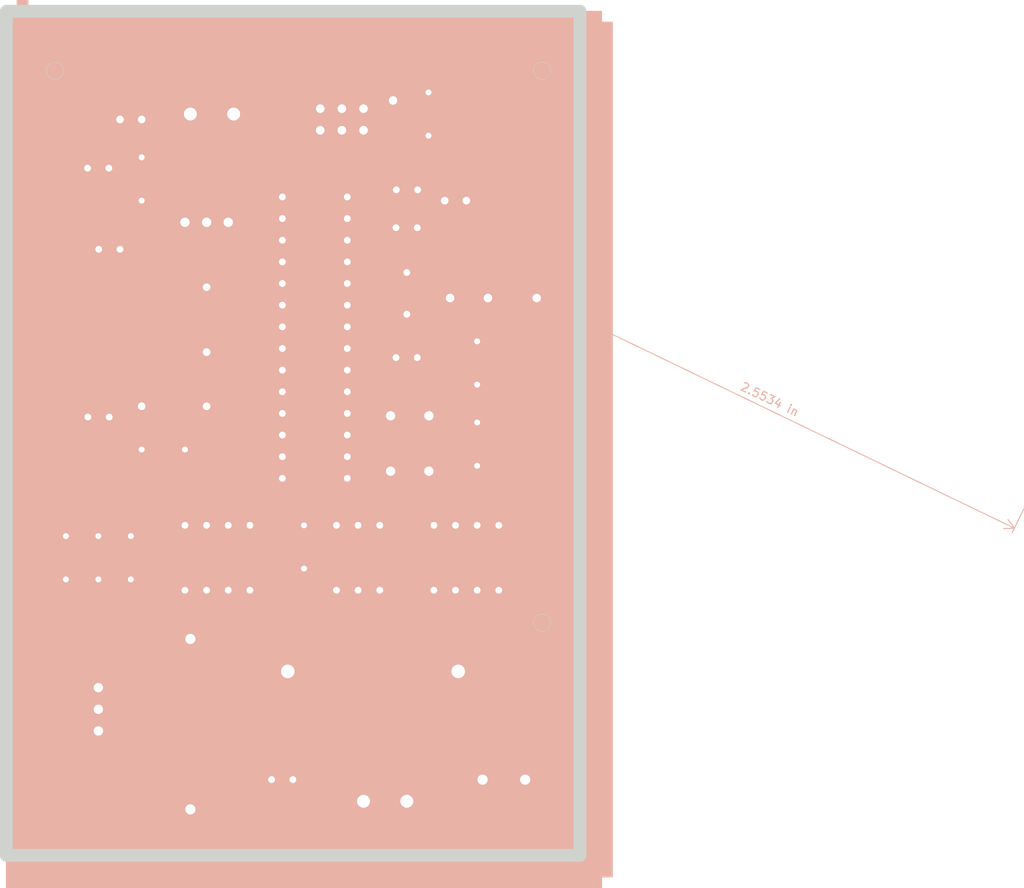
<source format=kicad_pcb>
(kicad_pcb (version 20171130) (host pcbnew "(5.1.2)-2")
  (title_block (date 2019-11-10))
  (layers (0 F.Cu signal) (31 B.Cu signal) (35 F.Paste user) (37 F.SilkS user) (39 F.Mask user) (44 Edge.Cuts user))
  (net 0 "")
  (net 1 GNDA)
  (net 2 /vcc)
  (net 3 +12V)
  (net 4 "Net-(C3-Pad2)")
  (net 5 "Net-(C4-Pad1)")
  (net 6 /s)
  (net 7 "Net-(C7-Pad1)")
  (net 8 "Net-(D1-Pad2)")
  (net 9 "Net-(D2-Pad2)")
  (net 10 /g)
  (net 11 "Net-(D5-Pad1)")
  (net 12 /reset)
  (net 13 /mosi)
  (net 14 /sck)
  (net 15 /miso)
  (net 16 "Net-(R3-Pad1)")
  (net 17 /pwm)
  (net 18 "Net-(R6-Pad1)")
  (net 19 /A0)
  (net 20 "Net-(U2-Pad28)")
  (net 21 "Net-(U2-Pad14)")
  (net 22 "Net-(U2-Pad27)")
  (net 23 "Net-(U2-Pad13)")
  (net 24 "Net-(U2-Pad26)")
  (net 25 "Net-(U2-Pad12)")
  (net 26 "Net-(U2-Pad25)")
  (net 27 "Net-(U2-Pad11)")
  (net 28 "Net-(U2-Pad24)")
  (net 29 "Net-(U2-Pad6)")
  (net 30 "Net-(U2-Pad5)")
  (net 31 /pin4)
  (net 32 "Net-(U2-Pad3)")
  (net 33 "Net-(U2-Pad16)")
  (net 34 "Net-(U2-Pad2)")
  (net 35 "Net-(U2-Pad15)")
  (net 36 "Net-(U3-Pad6)")
  (net 37 "Net-(U3-Pad3)")
  (net 38 "Net-(U5-Pad5)")
  (net 39 "Net-(C8-Pad2)")
  (module Resistor_THT:R_Axial_DIN0204_L3.6mm_D1.6mm_P5.08mm_Horizontal (layer F.Cu) (at 19.685 75.565 270)
    (fp_text reference R9 (at 2.54 -1.92 90) (layer F.SilkS))
    (fp_text value 1k)
    (pad 2 thru_hole oval (at 5.08 0 270) (size 1.4 1.4) (drill 0.7) (layers *.Cu *.Mask) (net 10 /g))
    (pad 1 thru_hole circle (at 0 0 270) (size 1.4 1.4) (drill 0.7) (layers *.Cu *.Mask) (net 6 /s))
  )
  (module Resistor_THT:R_Axial_DIN0204_L3.6mm_D1.6mm_P5.08mm_Horizontal (layer F.Cu) (at 28.575 65.405)
    (fp_text reference R8 (at 2.54 -1.92) (layer F.SilkS))
    (fp_text value 10)
    (pad 2 thru_hole oval (at 5.08 0) (size 1.4 1.4) (drill 0.7) (layers *.Cu *.Mask) (net 10 /g))
    (pad 1 thru_hole circle (at 0 0) (size 1.4 1.4) (drill 0.7) (layers *.Cu *.Mask) (net 11 "Net-(D5-Pad1)"))
  )
  (module Resistor_THT:R_Axial_DIN0204_L3.6mm_D1.6mm_P5.08mm_Horizontal (layer F.Cu) (at 23.495 80.645 90)
    (fp_text reference R7 (at 2.54 -1.92 90) (layer F.SilkS))
    (fp_text value R)
    (pad 2 thru_hole oval (at 5.08 0 90) (size 1.4 1.4) (drill 0.7) (layers *.Cu *.Mask) (net 18 "Net-(R6-Pad1)"))
    (pad 1 thru_hole circle (at 0 0 90) (size 1.4 1.4) (drill 0.7) (layers *.Cu *.Mask) (net 19 /A0))
  )
  (module Resistor_THT:R_Axial_DIN0204_L3.6mm_D1.6mm_P5.08mm_Horizontal (layer F.Cu) (at 27.305 75.565 270)
    (fp_text reference R6 (at 2.54 -1.92 90) (layer F.SilkS))
    (fp_text value R)
    (pad 2 thru_hole oval (at 5.08 0 270) (size 1.4 1.4) (drill 0.7) (layers *.Cu *.Mask) (net 39 "Net-(C8-Pad2)"))
    (pad 1 thru_hole circle (at 0 0 270) (size 1.4 1.4) (drill 0.7) (layers *.Cu *.Mask) (net 18 "Net-(R6-Pad1)"))
  )
  (module Resistor_THT:R_Axial_DIN0204_L3.6mm_D1.6mm_P5.08mm_Horizontal (layer F.Cu) (at 67.945 52.705 270)
    (fp_text reference R5 (at 2.54 -1.92 90) (layer F.SilkS))
    (fp_text value 10k)
    (pad 2 thru_hole oval (at 5.08 0 270) (size 1.4 1.4) (drill 0.7) (layers *.Cu *.Mask) (net 17 /pwm))
    (pad 1 thru_hole circle (at 0 0 270) (size 1.4 1.4) (drill 0.7) (layers *.Cu *.Mask) (net 2 /vcc))
  )
  (module Resistor_THT:R_Axial_DIN0204_L3.6mm_D1.6mm_P5.08mm_Horizontal (layer F.Cu) (at 62.23 28.575 90)
    (fp_text reference R4 (at 2.54 -1.92 90) (layer F.SilkS))
    (fp_text value 1k)
    (pad 2 thru_hole oval (at 5.08 0 90) (size 1.4 1.4) (drill 0.7) (layers *.Cu *.Mask) (net 14 /sck))
    (pad 1 thru_hole circle (at 0 0 90) (size 1.4 1.4) (drill 0.7) (layers *.Cu *.Mask) (net 9 "Net-(D2-Pad2)"))
  )
  (module Resistor_THT:R_Axial_DIN0204_L3.6mm_D1.6mm_P5.08mm_Horizontal (layer F.Cu) (at 47.625 74.295 270)
    (fp_text reference R3 (at 2.54 -1.92 90) (layer F.SilkS))
    (fp_text value 100)
    (pad 2 thru_hole oval (at 5.08 0 270) (size 1.4 1.4) (drill 0.7) (layers *.Cu *.Mask) (net 1 GNDA))
    (pad 1 thru_hole circle (at 0 0 270) (size 1.4 1.4) (drill 0.7) (layers *.Cu *.Mask) (net 16 "Net-(R3-Pad1)"))
  )
  (module Resistor_THT:R_Axial_DIN0204_L3.6mm_D1.6mm_P5.08mm_Horizontal (layer F.Cu) (at 67.945 67.31 90)
    (fp_text reference R2 (at 2.54 -1.92 90) (layer F.SilkS))
    (fp_text value 10k)
    (pad 2 thru_hole oval (at 5.08 0 90) (size 1.4 1.4) (drill 0.7) (layers *.Cu *.Mask) (net 12 /reset))
    (pad 1 thru_hole circle (at 0 0 90) (size 1.4 1.4) (drill 0.7) (layers *.Cu *.Mask) (net 2 /vcc))
  )
  (module Resistor_THT:R_Axial_DIN0204_L3.6mm_D1.6mm_P5.08mm_Horizontal (layer F.Cu) (at 28.575 31.115 270)
    (fp_text reference R1 (at 2.54 -1.92 90) (layer F.SilkS))
    (fp_text value 1k)
    (pad 2 thru_hole oval (at 5.08 0 270) (size 1.4 1.4) (drill 0.7) (layers *.Cu *.Mask) (net 2 /vcc))
    (pad 1 thru_hole circle (at 0 0 270) (size 1.4 1.4) (drill 0.7) (layers *.Cu *.Mask) (net 8 "Net-(D1-Pad2)"))
  )
  (module Capacitor_THT:CP_Radial_D5.0mm_P2.50mm (layer F.Cu) (at 43.815 104.14)
    (fp_text reference C6 (at 1.25 -3.75) (layer F.SilkS))
    (fp_text value 1000uF)
    (pad 2 thru_hole circle (at 2.5 0) (size 1.6 1.6) (drill 0.8) (layers *.Cu *.Mask) (net 1 GNDA))
    (pad 1 thru_hole rect (at 0 0) (size 1.6 1.6) (drill 0.8) (layers *.Cu *.Mask) (net 3 +12V))
  )
  (module Connector_IDC:IDC-Header_2x03_P2.54mm_Vertical (layer F.Cu) (at 54.61 25.4 270)
    (fp_text reference J2 (at 1.27 -6.604 90) (layer F.SilkS))
    (fp_text value ICSP)
    (pad 6 thru_hole oval (at 2.54 5.08 270) (size 1.7272 1.7272) (drill 1.016) (layers *.Cu *.Mask) (net 1 GNDA))
    (pad 5 thru_hole oval (at 0 5.08 270) (size 1.7272 1.7272) (drill 1.016) (layers *.Cu *.Mask) (net 12 /reset))
    (pad 4 thru_hole oval (at 2.54 2.54 270) (size 1.7272 1.7272) (drill 1.016) (layers *.Cu *.Mask) (net 13 /mosi))
    (pad 3 thru_hole oval (at 0 2.54 270) (size 1.7272 1.7272) (drill 1.016) (layers *.Cu *.Mask) (net 14 /sck))
    (pad 2 thru_hole oval (at 2.54 0 270) (size 1.7272 1.7272) (drill 1.016) (layers *.Cu *.Mask) (net 2 /vcc))
    (pad 1 thru_hole rect (at 0 0 270) (size 1.7272 1.7272) (drill 1.016) (layers *.Cu *.Mask) (net 15 /miso))
  )
  (module Package_DIP:DIP-8_W7.62mm_LongPads (layer F.Cu) (at 70.485 74.295 270)
    (fp_text reference U5 (at 3.81 -2.33 90) (layer F.SilkS))
    (fp_text value IR2104)
    (pad 8 thru_hole oval (at 7.62 0 270) (size 2.4 1.6) (drill 0.8) (layers *.Cu *.Mask) (net 7 "Net-(C7-Pad1)"))
    (pad 4 thru_hole oval (at 0 7.62 270) (size 2.4 1.6) (drill 0.8) (layers *.Cu *.Mask) (net 1 GNDA))
    (pad 7 thru_hole oval (at 7.62 2.54 270) (size 2.4 1.6) (drill 0.8) (layers *.Cu *.Mask) (net 11 "Net-(D5-Pad1)"))
    (pad 3 thru_hole oval (at 0 5.08 270) (size 2.4 1.6) (drill 0.8) (layers *.Cu *.Mask) (net 3 +12V))
    (pad 6 thru_hole oval (at 7.62 5.08 270) (size 2.4 1.6) (drill 0.8) (layers *.Cu *.Mask) (net 6 /s))
    (pad 2 thru_hole oval (at 0 2.54 270) (size 2.4 1.6) (drill 0.8) (layers *.Cu *.Mask) (net 17 /pwm))
    (pad 5 thru_hole oval (at 7.62 7.62 270) (size 2.4 1.6) (drill 0.8) (layers *.Cu *.Mask) (net 38 "Net-(U5-Pad5)"))
    (pad 1 thru_hole rect (at 0 0 270) (size 2.4 1.6) (drill 0.8) (layers *.Cu *.Mask) (net 3 +12V))
  )
  (module Crystal:Crystal_HC18-U_Vertical (layer F.Cu) (at 59.69 44.63 270)
    (fp_text reference Y1 (at 2.45 -3.525 90) (layer F.SilkS))
    (fp_text value 16mhz)
    (pad 2 thru_hole circle (at 4.9 0 270) (size 1.5 1.5) (drill 0.8) (layers *.Cu *.Mask) (net 4 "Net-(C3-Pad2)"))
    (pad 1 thru_hole circle (at 0 0 270) (size 1.5 1.5) (drill 0.8) (layers *.Cu *.Mask) (net 5 "Net-(C4-Pad1)"))
  )
  (module Package_DIP:DIP-8_W7.62mm_LongPads (layer F.Cu) (at 33.655 81.915 90)
    (fp_text reference U4 (at 3.81 -2.33 90) (layer F.SilkS))
    (fp_text value LM358)
    (pad 8 thru_hole oval (at 7.62 0 90) (size 2.4 1.6) (drill 0.8) (layers *.Cu *.Mask) (net 2 /vcc))
    (pad 4 thru_hole oval (at 0 7.62 90) (size 2.4 1.6) (drill 0.8) (layers *.Cu *.Mask) (net 1 GNDA))
    (pad 7 thru_hole oval (at 7.62 2.54 90) (size 2.4 1.6) (drill 0.8) (layers *.Cu *.Mask))
    (pad 3 thru_hole oval (at 0 5.08 90) (size 2.4 1.6) (drill 0.8) (layers *.Cu *.Mask) (net 1 GNDA))
    (pad 6 thru_hole oval (at 7.62 5.08 90) (size 2.4 1.6) (drill 0.8) (layers *.Cu *.Mask))
    (pad 2 thru_hole oval (at 0 2.54 90) (size 2.4 1.6) (drill 0.8) (layers *.Cu *.Mask) (net 18 "Net-(R6-Pad1)"))
    (pad 5 thru_hole oval (at 7.62 7.62 90) (size 2.4 1.6) (drill 0.8) (layers *.Cu *.Mask))
    (pad 1 thru_hole rect (at 0 0 90) (size 2.4 1.6) (drill 0.8) (layers *.Cu *.Mask) (net 19 /A0))
  )
  (module Package_DIP:DIP-6_W7.62mm (layer F.Cu) (at 56.515 74.295 270)
    (fp_text reference U3 (at 3.81 -2.33 90) (layer F.SilkS))
    (fp_text value 4N25)
    (pad 6 thru_hole oval (at 7.62 0 270) (size 1.6 1.6) (drill 0.8) (layers *.Cu *.Mask) (net 36 "Net-(U3-Pad6)"))
    (pad 3 thru_hole oval (at 0 5.08 270) (size 1.6 1.6) (drill 0.8) (layers *.Cu *.Mask) (net 37 "Net-(U3-Pad3)"))
    (pad 5 thru_hole oval (at 7.62 2.54 270) (size 1.6 1.6) (drill 0.8) (layers *.Cu *.Mask) (net 17 /pwm))
    (pad 2 thru_hole oval (at 0 2.54 270) (size 1.6 1.6) (drill 0.8) (layers *.Cu *.Mask) (net 16 "Net-(R3-Pad1)"))
    (pad 4 thru_hole oval (at 7.62 5.08 270) (size 1.6 1.6) (drill 0.8) (layers *.Cu *.Mask) (net 1 GNDA))
    (pad 1 thru_hole rect (at 0 0 270) (size 1.6 1.6) (drill 0.8) (layers *.Cu *.Mask) (net 30 "Net-(U2-Pad5)"))
  )
  (module Package_DIP:DIP-28_W7.62mm (layer F.Cu) (at 52.705 68.7832 180)
    (fp_text reference U2 (at 3.81 -2.33) (layer F.SilkS))
    (fp_text value ATmega328-PU)
    (pad 28 thru_hole oval (at 7.62 0 180) (size 1.6 1.6) (drill 0.8) (layers *.Cu *.Mask) (net 20 "Net-(U2-Pad28)"))
    (pad 14 thru_hole oval (at 0 33.02 180) (size 1.6 1.6) (drill 0.8) (layers *.Cu *.Mask) (net 21 "Net-(U2-Pad14)"))
    (pad 27 thru_hole oval (at 7.62 2.54 180) (size 1.6 1.6) (drill 0.8) (layers *.Cu *.Mask) (net 22 "Net-(U2-Pad27)"))
    (pad 13 thru_hole oval (at 0 30.48 180) (size 1.6 1.6) (drill 0.8) (layers *.Cu *.Mask) (net 23 "Net-(U2-Pad13)"))
    (pad 26 thru_hole oval (at 7.62 5.08 180) (size 1.6 1.6) (drill 0.8) (layers *.Cu *.Mask) (net 24 "Net-(U2-Pad26)"))
    (pad 12 thru_hole oval (at 0 27.94 180) (size 1.6 1.6) (drill 0.8) (layers *.Cu *.Mask) (net 25 "Net-(U2-Pad12)"))
    (pad 25 thru_hole oval (at 7.62 7.62 180) (size 1.6 1.6) (drill 0.8) (layers *.Cu *.Mask) (net 26 "Net-(U2-Pad25)"))
    (pad 11 thru_hole oval (at 0 25.4 180) (size 1.6 1.6) (drill 0.8) (layers *.Cu *.Mask) (net 27 "Net-(U2-Pad11)"))
    (pad 24 thru_hole oval (at 7.62 10.16 180) (size 1.6 1.6) (drill 0.8) (layers *.Cu *.Mask) (net 28 "Net-(U2-Pad24)"))
    (pad 10 thru_hole oval (at 0 22.86 180) (size 1.6 1.6) (drill 0.8) (layers *.Cu *.Mask) (net 5 "Net-(C4-Pad1)"))
    (pad 23 thru_hole oval (at 7.62 12.7 180) (size 1.6 1.6) (drill 0.8) (layers *.Cu *.Mask) (net 19 /A0))
    (pad 9 thru_hole oval (at 0 20.32 180) (size 1.6 1.6) (drill 0.8) (layers *.Cu *.Mask) (net 4 "Net-(C3-Pad2)"))
    (pad 22 thru_hole oval (at 7.62 15.24 180) (size 1.6 1.6) (drill 0.8) (layers *.Cu *.Mask) (net 1 GNDA))
    (pad 8 thru_hole oval (at 0 17.78 180) (size 1.6 1.6) (drill 0.8) (layers *.Cu *.Mask) (net 1 GNDA))
    (pad 21 thru_hole oval (at 7.62 17.78 180) (size 1.6 1.6) (drill 0.8) (layers *.Cu *.Mask) (net 2 /vcc))
    (pad 7 thru_hole oval (at 0 15.24 180) (size 1.6 1.6) (drill 0.8) (layers *.Cu *.Mask) (net 2 /vcc))
    (pad 20 thru_hole oval (at 7.62 20.32 180) (size 1.6 1.6) (drill 0.8) (layers *.Cu *.Mask) (net 2 /vcc))
    (pad 6 thru_hole oval (at 0 12.7 180) (size 1.6 1.6) (drill 0.8) (layers *.Cu *.Mask) (net 29 "Net-(U2-Pad6)"))
    (pad 19 thru_hole oval (at 7.62 22.86 180) (size 1.6 1.6) (drill 0.8) (layers *.Cu *.Mask) (net 14 /sck))
    (pad 5 thru_hole oval (at 0 10.16 180) (size 1.6 1.6) (drill 0.8) (layers *.Cu *.Mask) (net 30 "Net-(U2-Pad5)"))
    (pad 18 thru_hole oval (at 7.62 25.4 180) (size 1.6 1.6) (drill 0.8) (layers *.Cu *.Mask) (net 15 /miso))
    (pad 4 thru_hole oval (at 0 7.62 180) (size 1.6 1.6) (drill 0.8) (layers *.Cu *.Mask) (net 31 /pin4))
    (pad 17 thru_hole oval (at 7.62 27.94 180) (size 1.6 1.6) (drill 0.8) (layers *.Cu *.Mask) (net 13 /mosi))
    (pad 3 thru_hole oval (at 0 5.08 180) (size 1.6 1.6) (drill 0.8) (layers *.Cu *.Mask) (net 32 "Net-(U2-Pad3)"))
    (pad 16 thru_hole oval (at 7.62 30.48 180) (size 1.6 1.6) (drill 0.8) (layers *.Cu *.Mask) (net 33 "Net-(U2-Pad16)"))
    (pad 2 thru_hole oval (at 0 2.54 180) (size 1.6 1.6) (drill 0.8) (layers *.Cu *.Mask) (net 34 "Net-(U2-Pad2)"))
    (pad 15 thru_hole oval (at 7.62 33.02 180) (size 1.6 1.6) (drill 0.8) (layers *.Cu *.Mask) (net 35 "Net-(U2-Pad15)"))
    (pad 1 thru_hole rect (at 0 0 180) (size 1.6 1.6) (drill 0.8) (layers *.Cu *.Mask) (net 12 /reset))
  )
  (module Package_TO_SOT_THT:TO-220-3_Vertical (layer F.Cu) (at 38.735 38.735 180)
    (fp_text reference U1 (at 2.54 -4.27) (layer F.SilkS))
    (fp_text value LM7805_TO220)
    (pad 3 thru_hole oval (at 5.08 0 180) (size 1.905 2) (drill 1.1) (layers *.Cu *.Mask) (net 2 /vcc))
    (pad 2 thru_hole oval (at 2.54 0 180) (size 1.905 2) (drill 1.1) (layers *.Cu *.Mask) (net 1 GNDA))
    (pad 1 thru_hole rect (at 0 0 180) (size 1.905 2) (drill 1.1) (layers *.Cu *.Mask) (net 3 +12V))
  )
  (module Button_Switch_THT:SW_PUSH_6mm_H4.3mm (layer F.Cu) (at 57.785 67.945 90)
    (fp_text reference SW1 (at 3.25 -2 90) (layer F.SilkS))
    (fp_text value SW_Push)
    (pad 1 thru_hole circle (at 6.5 0 180) (size 2 2) (drill 1.1) (layers *.Cu *.Mask) (net 12 /reset))
    (pad 2 thru_hole circle (at 6.5 4.5 180) (size 2 2) (drill 1.1) (layers *.Cu *.Mask) (net 1 GNDA))
    (pad 1 thru_hole circle (at 0 0 180) (size 2 2) (drill 1.1) (layers *.Cu *.Mask) (net 12 /reset))
    (pad 2 thru_hole circle (at 0 4.5 180) (size 2 2) (drill 1.1) (layers *.Cu *.Mask) (net 1 GNDA))
  )
  (module Package_TO_SOT_THT:TO-220-3_Vertical (layer F.Cu) (at 23.495 98.425 90)
    (fp_text reference Q1 (at 2.54 -4.27 90) (layer F.SilkS))
    (fp_text value IRF540N)
    (pad 3 thru_hole oval (at 5.08 0 90) (size 1.905 2) (drill 1.1) (layers *.Cu *.Mask) (net 6 /s))
    (pad 2 thru_hole oval (at 2.54 0 90) (size 1.905 2) (drill 1.1) (layers *.Cu *.Mask) (net 3 +12V))
    (pad 1 thru_hole rect (at 0 0 90) (size 1.905 2) (drill 1.1) (layers *.Cu *.Mask) (net 10 /g))
  )
  (module Inductor_THT:L_Toroid_Horizontal_D12.7mm_P20.00mm_Diameter14-5mm_Amidon-T50 (layer F.Cu) (at 34.29 87.63 270)
    (fp_text reference L1 (at 10 -7.6 90) (layer F.SilkS))
    (fp_text value L)
    (pad 2 thru_hole circle (at 20 0 270) (size 2.4 2.4) (drill 1.2) (layers *.Cu *.Mask) (net 1 GNDA))
    (pad 1 thru_hole circle (at 0 0 270) (size 2.4 2.4) (drill 1.2) (layers *.Cu *.Mask) (net 6 /s))
  )
  (module TerminalBlock:TerminalBlock_bornier-2_P5.08mm (layer F.Cu) (at 54.61 106.68)
    (fp_text reference J3 (at 2.54 -5.08) (layer F.SilkS))
    (fp_text value output)
    (pad 2 thru_hole circle (at 5.08 0) (size 3 3) (drill 1.52) (layers *.Cu *.Mask) (net 1 GNDA))
    (pad 1 thru_hole rect (at 0 0) (size 3 3) (drill 1.52) (layers *.Cu *.Mask) (net 39 "Net-(C8-Pad2)"))
  )
  (module TerminalBlock:TerminalBlock_bornier-2_P5.08mm (layer F.Cu) (at 34.29 26.035)
    (fp_text reference J1 (at 2.54 -5.08) (layer F.SilkS))
    (fp_text value "Entrada +12V")
    (pad 2 thru_hole circle (at 5.08 0) (size 3 3) (drill 1.52) (layers *.Cu *.Mask) (net 3 +12V))
    (pad 1 thru_hole rect (at 0 0) (size 3 3) (drill 1.52) (layers *.Cu *.Mask) (net 1 GNDA))
  )
  (module Diode_THT:D_A-405_P7.62mm_Horizontal (layer F.Cu) (at 28.575 60.325)
    (fp_text reference D5 (at 3.81 -2.47) (layer F.SilkS))
    (fp_text value D)
    (fp_text user K (at 0 -1.9) (layer F.SilkS))
    (pad 2 thru_hole oval (at 7.62 0) (size 1.8 1.8) (drill 0.9) (layers *.Cu *.Mask) (net 10 /g))
    (pad 1 thru_hole rect (at 0 0) (size 1.8 1.8) (drill 0.9) (layers *.Cu *.Mask) (net 11 "Net-(D5-Pad1)"))
  )
  (module Diode_THT:D_A-405_P7.62mm_Horizontal (layer F.Cu) (at 36.195 53.975 90)
    (fp_text reference D4 (at 3.81 -2.47 90) (layer F.SilkS))
    (fp_text value D)
    (fp_text user K (at 0 -1.9 90) (layer F.SilkS))
    (pad 2 thru_hole oval (at 7.62 0 90) (size 1.8 1.8) (drill 0.9) (layers *.Cu *.Mask) (net 3 +12V))
    (pad 1 thru_hole rect (at 0 0 90) (size 1.8 1.8) (drill 0.9) (layers *.Cu *.Mask) (net 7 "Net-(C7-Pad1)"))
  )
  (module Diode_THT:D_P600_R-6_P20.00mm_Horizontal (layer F.Cu) (at 45.72 91.44)
    (fp_text reference D3 (at 10 -5.67) (layer F.SilkS))
    (fp_text value D)
    (fp_text user K (at 0 -2.6) (layer F.SilkS))
    (pad 1 thru_hole rect (at 0 0) (size 3.2 3.2) (drill 1.6) (layers *.Cu *.Mask) (net 6 /s))
    (pad 2 thru_hole oval (at 20 0) (size 3.2 3.2) (drill 1.6) (layers *.Cu *.Mask) (net 39 "Net-(C8-Pad2)"))
  )
  (module LED_THT:LED_D3.0mm (layer F.Cu) (at 66.675 36.195 180)
    (fp_text reference D2 (at 1.27 -2.96) (layer F.SilkS))
    (fp_text value LED)
    (pad 2 thru_hole circle (at 2.54 0 180) (size 1.8 1.8) (drill 0.9) (layers *.Cu *.Mask) (net 9 "Net-(D2-Pad2)"))
    (pad 1 thru_hole rect (at 0 0 180) (size 1.8 1.8) (drill 0.9) (layers *.Cu *.Mask) (net 1 GNDA))
  )
  (module LED_THT:LED_D3.0mm (layer F.Cu) (at 28.575 26.67 180)
    (fp_text reference D1 (at 1.27 -2.96) (layer F.SilkS))
    (fp_text value LED)
    (pad 2 thru_hole circle (at 2.54 0 180) (size 1.8 1.8) (drill 0.9) (layers *.Cu *.Mask) (net 8 "Net-(D1-Pad2)"))
    (pad 1 thru_hole rect (at 0 0 180) (size 1.8 1.8) (drill 0.9) (layers *.Cu *.Mask) (net 1 GNDA))
  )
  (module Capacitor_THT:CP_Radial_D12.5mm_P5.00mm (layer F.Cu) (at 73.58 104.14 180)
    (fp_text reference C8 (at 2.5 -7.5) (layer F.SilkS))
    (fp_text value 470uF)
    (pad 2 thru_hole circle (at 5 0 180) (size 2.4 2.4) (drill 1.2) (layers *.Cu *.Mask) (net 39 "Net-(C8-Pad2)"))
    (pad 1 thru_hole rect (at 0 0 180) (size 2.4 2.4) (drill 1.2) (layers *.Cu *.Mask) (net 1 GNDA))
  )
  (module Capacitor_THT:CP_Radial_D5.0mm_P2.50mm (layer F.Cu) (at 24.765 61.595 180)
    (fp_text reference C7 (at 1.25 -3.75) (layer F.SilkS))
    (fp_text value 22uF)
    (pad 2 thru_hole circle (at 2.5 0 180) (size 1.6 1.6) (drill 0.8) (layers *.Cu *.Mask) (net 6 /s))
    (pad 1 thru_hole rect (at 0 0 180) (size 1.6 1.6) (drill 0.8) (layers *.Cu *.Mask) (net 7 "Net-(C7-Pad1)"))
  )
  (module Capacitor_THT:CP_Radial_D5.0mm_P2.50mm (layer F.Cu) (at 22.225 32.385)
    (fp_text reference C5 (at 1.25 -3.75) (layer F.SilkS))
    (fp_text value 0.1uF)
    (pad 2 thru_hole circle (at 2.5 0) (size 1.6 1.6) (drill 0.8) (layers *.Cu *.Mask) (net 1 GNDA))
    (pad 1 thru_hole rect (at 0 0) (size 1.6 1.6) (drill 0.8) (layers *.Cu *.Mask) (net 3 +12V))
  )
  (module Capacitor_THT:C_Disc_D3.0mm_W1.6mm_P2.50mm (layer F.Cu) (at 60.92 39.37 180)
    (fp_text reference C4 (at 1.25 -2.05) (layer F.SilkS))
    (fp_text value 22pF)
    (pad 2 thru_hole circle (at 2.5 0 180) (size 1.6 1.6) (drill 0.8) (layers *.Cu *.Mask) (net 1 GNDA))
    (pad 1 thru_hole circle (at 0 0 180) (size 1.6 1.6) (drill 0.8) (layers *.Cu *.Mask) (net 5 "Net-(C4-Pad1)"))
  )
  (module Capacitor_THT:C_Disc_D3.0mm_W1.6mm_P2.50mm (layer F.Cu) (at 60.92 54.61 180)
    (fp_text reference C3 (at 1.25 -2.05) (layer F.SilkS))
    (fp_text value 22pF)
    (pad 2 thru_hole circle (at 2.5 0 180) (size 1.6 1.6) (drill 0.8) (layers *.Cu *.Mask) (net 4 "Net-(C3-Pad2)"))
    (pad 1 thru_hole circle (at 0 0 180) (size 1.6 1.6) (drill 0.8) (layers *.Cu *.Mask) (net 1 GNDA))
  )
  (module Capacitor_THT:C_Disc_D3.0mm_W1.6mm_P2.50mm (layer F.Cu) (at 26.035 41.91 180)
    (fp_text reference C2 (at 1.25 -2.05) (layer F.SilkS))
    (fp_text value 0.33uF)
    (pad 2 thru_hole circle (at 2.5 0 180) (size 1.6 1.6) (drill 0.8) (layers *.Cu *.Mask) (net 3 +12V))
    (pad 1 thru_hole circle (at 0 0 180) (size 1.6 1.6) (drill 0.8) (layers *.Cu *.Mask) (net 1 GNDA))
  )
  (module Capacitor_THT:C_Disc_D3.0mm_W1.6mm_P2.50mm (layer F.Cu) (at 60.96 34.925 180)
    (fp_text reference C1 (at 1.25 -2.05) (layer F.SilkS))
    (fp_text value 0.1uF)
    (pad 2 thru_hole circle (at 2.5 0 180) (size 1.6 1.6) (drill 0.8) (layers *.Cu *.Mask) (net 1 GNDA))
    (pad 1 thru_hole circle (at 0 0 180) (size 1.6 1.6) (drill 0.8) (layers *.Cu *.Mask) (net 2 /vcc))
  )
  (gr_line (start 12.7 113.03) (end 12.7 13.97) (layer Edge.Cuts) (width 1.5))
  (gr_line (start 80.01 113.03) (end 12.7 113.03) (layer Edge.Cuts) (width 1.5))
  (gr_line (start 80.01 13.97) (end 80.01 113.03) (layer Edge.Cuts) (width 1.5))
  (gr_line (start 12.7 13.97) (end 80.01 13.97) (layer Edge.Cuts) (width 1.5))
  (gr_circle (center 75.565 85.725) (end 76.565 85.725) (layer Edge.Cuts) (width 0.05))
  (gr_circle (center 75.565 20.955) (end 76.565 20.955) (layer Edge.Cuts) (width 0.05))
  (gr_circle (center 18.415 20.955) (end 19.415 20.955) (layer Edge.Cuts) (width 0.05))
  (dimension 64.857114 (width 0.12) (layer B.SilkS) (gr_text "64.857 mm" (at 101.23468 61.696389 334.2567339) (layer B.SilkS) (effects (font (size 1 1) (thickness 0.15)))) (feature1 (pts (xy 132.08 72.39) (xy 130.741585 75.165655))) (feature2 (pts (xy 73.66 44.22) (xy 72.321585 46.995655))) (crossbar (pts (xy 72.576291 46.467437) (xy 130.996291 74.637437))) (arrow1a (pts (xy 130.996291 74.637437) (xy 129.726888 74.67637))) (arrow1b (pts (xy 130.996291 74.637437) (xy 130.236299 73.619934))) (arrow2a (pts (xy 72.576291 46.467437) (xy 73.336283 47.48494))) (arrow2b (pts (xy 72.576291 46.467437) (xy 73.845694 46.428504))))
  (gr_poly (pts (xy 13.97 13.97) (xy 15.24 13.97) (xy 15.24 12.7) (xy 13.97 12.7)) (layer B.SilkS) (width 0.1))
  (gr_poly (pts (xy 13.97 12.7) (xy 13.97 13.97) (xy 15.24 13.97) (xy 15.24 12.7)) (layer B.SilkS) (width 0.1))
  (gr_poly (pts (xy 13.97 15.24) (xy 81.28 15.24) (xy 81.28 116.84) (xy 12.7 116.84) (xy 12.7 13.97)) (layer B.SilkS) (width 0.1))
  (gr_poly (pts (xy 13.97 15.24) (xy 13.97 115.57) (xy 83.82 115.57) (xy 83.82 15.24)) (layer B.SilkS) (width 0.1))
  (gr_poly (pts (xy 12.7 13.97) (xy 12.7 114.3) (xy 82.55 116.84) (xy 82.55 13.97) (xy 81.28 13.97)) (layer B.SilkS) (width 0.1))
  (via (at 64.77 47.625) (size 1.2) (drill 1) (layers F.Cu B.Cu) (net 1))
  (via (at 69.215 47.625) (size 1.2) (drill 1) (layers F.Cu B.Cu) (net 1))
  (via (at 74.93 47.625) (size 1.2) (drill 1) (layers F.Cu B.Cu) (net 1))
  (segment (start 64.77 47.625) (end 69.215 47.625) (width 1) (layer F.Cu) (net 1))
  (segment (start 69.215 47.625) (end 74.93 47.625) (width 1) (layer F.Cu) (net 1))
  (segment (start 32.6788 38.735) (end 31.7025 38.735) (width 1) (layer B.Cu) (net 2))
  (segment (start 31.7025 38.735) (end 31.7025 37.6225) (width 1) (layer B.Cu) (net 2))
  (segment (start 31.7025 37.6225) (end 30.275 36.195) (width 1) (layer B.Cu) (net 2))
  (segment (start 30.275 36.195) (end 28.575 36.195) (width 1) (layer B.Cu) (net 2))
  (segment (start 45.085 51.0032) (end 43.285 51.0032) (width 1) (layer B.Cu) (net 2))
  (segment (start 67.0186 51.7786) (end 62.4755 56.3217) (width 1) (layer B.Cu) (net 2))
  (segment (start 62.4755 56.3217) (end 57.2835 56.3217) (width 1) (layer B.Cu) (net 2))
  (segment (start 57.2835 56.3217) (end 54.505 53.5432) (width 1) (layer B.Cu) (net 2))
  (segment (start 54.505 53.5432) (end 52.705 53.5432) (width 1) (layer B.Cu) (net 2))
  (segment (start 33.655 38.735) (end 32.6788 38.735) (width 1) (layer B.Cu) (net 2))
  (segment (start 67.945 52.705) (end 67.0186 51.7786) (width 1) (layer B.Cu) (net 2))
  (segment (start 67.0186 51.7786) (end 67.0186 41.6886) (width 1) (layer B.Cu) (net 2))
  (segment (start 67.0186 41.6886) (end 60.96 35.63) (width 1) (layer B.Cu) (net 2))
  (segment (start 60.96 35.63) (end 60.96 34.925) (width 1) (layer B.Cu) (net 2))
  (segment (start 54.61 27.94) (end 54.61 29.8036) (width 1) (layer B.Cu) (net 2))
  (segment (start 54.61 29.8036) (end 55.8386 29.8036) (width 1) (layer B.Cu) (net 2))
  (segment (start 55.8386 29.8036) (end 60.96 34.925) (width 1) (layer B.Cu) (net 2))
  (segment (start 67.945 67.31) (end 70.9896 64.2654) (width 1) (layer B.Cu) (net 2))
  (segment (start 70.9896 64.2654) (end 70.9896 55.7496) (width 1) (layer B.Cu) (net 2))
  (segment (start 70.9896 55.7496) (end 67.945 52.705) (width 1) (layer B.Cu) (net 2))
  (segment (start 32.6788 38.735) (end 43.285 49.3412) (width 1) (layer B.Cu) (net 2))
  (segment (start 43.285 49.3412) (end 43.285 51.0032) (width 1) (layer B.Cu) (net 2))
  (segment (start 43.285 51.0032) (end 41.1252 53.163) (width 1) (layer B.Cu) (net 2))
  (segment (start 41.1252 53.163) (end 41.1252 63.6868) (width 1) (layer B.Cu) (net 2))
  (segment (start 41.1252 63.6868) (end 33.655 71.157) (width 1) (layer B.Cu) (net 2))
  (segment (start 33.655 71.157) (end 33.655 74.295) (width 1) (layer B.Cu) (net 2))
  (segment (start 45.085 48.4632) (end 45.085 51.0032) (width 1) (layer B.Cu) (net 2))
  (segment (start 52.705 53.5432) (end 50.905 53.5432) (width 1) (layer B.Cu) (net 2))
  (segment (start 50.905 53.5432) (end 48.365 51.0032) (width 1) (layer B.Cu) (net 2))
  (segment (start 48.365 51.0032) (end 45.085 51.0032) (width 1) (layer B.Cu) (net 2))
  (segment (start 70.485 74.295) (end 70.485 76.495) (width 1) (layer F.Cu) (net 3))
  (segment (start 70.485 76.495) (end 72.1886 78.1986) (width 1) (layer F.Cu) (net 3))
  (segment (start 72.1886 78.1986) (end 72.1886 83.0508) (width 1) (layer F.Cu) (net 3))
  (segment (start 72.1886 83.0508) (end 66.7037 88.5357) (width 1) (layer F.Cu) (net 3))
  (segment (start 66.7037 88.5357) (end 59.4193 88.5357) (width 1) (layer F.Cu) (net 3))
  (segment (start 59.4193 88.5357) (end 43.815 104.14) (width 1) (layer F.Cu) (net 3))
  (segment (start 70.485 72.645) (end 70.485 74.295) (width 1) (layer B.Cu) (net 3))
  (segment (start 65.405 74.295) (end 65.405 72.095) (width 1) (layer B.Cu) (net 3))
  (segment (start 65.405 72.095) (end 69.935 72.095) (width 1) (layer B.Cu) (net 3))
  (segment (start 69.935 72.095) (end 70.485 72.645) (width 1) (layer B.Cu) (net 3))
  (segment (start 36.195 46.355) (end 36.195 45.405) (width 1) (layer B.Cu) (net 3))
  (segment (start 36.195 45.405) (end 27.03 45.405) (width 1) (layer B.Cu) (net 3))
  (segment (start 27.03 45.405) (end 23.535 41.91) (width 1) (layer B.Cu) (net 3))
  (segment (start 43.815 104.14) (end 42.015 104.14) (width 1) (layer B.Cu) (net 3))
  (segment (start 42.015 104.14) (end 35.8922 98.0172) (width 1) (layer B.Cu) (net 3))
  (segment (start 35.8922 98.0172) (end 27.1344 98.0172) (width 1) (layer B.Cu) (net 3))
  (segment (start 27.1344 98.0172) (end 27.1344 97.5244) (width 1) (layer B.Cu) (net 3))
  (segment (start 27.1344 97.5244) (end 25.495 95.885) (width 1) (layer B.Cu) (net 3))
  (segment (start 25.495 95.885) (end 23.495 95.885) (width 1) (layer B.Cu) (net 3))
  (segment (start 38.735 38.735) (end 38.735 34.0961) (width 1) (layer B.Cu) (net 3))
  (segment (start 22.225 32.385) (end 22.225 32.7861) (width 1) (layer B.Cu) (net 3))
  (segment (start 22.225 32.7861) (end 23.535 34.0961) (width 1) (layer B.Cu) (net 3))
  (segment (start 23.535 34.0961) (end 38.735 34.0961) (width 1) (layer B.Cu) (net 3))
  (segment (start 38.735 34.0961) (end 38.735 26.67) (width 1) (layer B.Cu) (net 3))
  (segment (start 38.735 26.67) (end 39.37 26.035) (width 1) (layer B.Cu) (net 3))
  (segment (start 39.37 26.035) (end 43.2815 22.1235) (width 1) (layer B.Cu) (net 3))
  (segment (start 43.2815 22.1235) (end 58.0418 22.1235) (width 1) (layer B.Cu) (net 3))
  (segment (start 58.0418 22.1235) (end 72.4015 36.4832) (width 1) (layer B.Cu) (net 3))
  (segment (start 72.4015 36.4832) (end 72.4015 70.7285) (width 1) (layer B.Cu) (net 3))
  (segment (start 72.4015 70.7285) (end 70.485 72.645) (width 1) (layer B.Cu) (net 3))
  (segment (start 23.535 34.0961) (end 23.535 41.91) (width 1) (layer B.Cu) (net 3))
  (segment (start 52.705 48.4632) (end 56.0832 48.4632) (width 1) (layer B.Cu) (net 4))
  (segment (start 56.0832 48.4632) (end 58.42 50.8) (width 1) (layer B.Cu) (net 4))
  (segment (start 58.42 54.61) (end 58.42 50.8) (width 1) (layer B.Cu) (net 4))
  (segment (start 58.42 50.8) (end 59.69 49.53) (width 1) (layer B.Cu) (net 4))
  (segment (start 60.92 39.37) (end 60.92 43.4) (width 1) (layer B.Cu) (net 5))
  (segment (start 60.92 43.4) (end 59.69 44.63) (width 1) (layer B.Cu) (net 5))
  (segment (start 52.705 45.9232) (end 54.505 45.9232) (width 1) (layer B.Cu) (net 5))
  (segment (start 54.505 45.9232) (end 55.7981 44.6301) (width 1) (layer B.Cu) (net 5))
  (segment (start 55.7981 44.6301) (end 59.69 44.6301) (width 1) (layer B.Cu) (net 5))
  (segment (start 59.69 44.6301) (end 59.69 44.63) (width 1) (layer B.Cu) (net 5))
  (segment (start 34.29 87.63) (end 38.1 91.44) (width 1) (layer B.Cu) (net 6))
  (segment (start 38.1 91.44) (end 45.72 91.44) (width 1) (layer B.Cu) (net 6))
  (segment (start 45.72 91.44) (end 58.08 91.44) (width 1) (layer B.Cu) (net 6))
  (segment (start 58.08 91.44) (end 65.405 84.115) (width 1) (layer B.Cu) (net 6))
  (segment (start 65.405 84.115) (end 65.405 84.0154) (width 1) (layer B.Cu) (net 6))
  (segment (start 65.405 81.915) (end 65.405 84.0154) (width 1) (layer B.Cu) (net 6))
  (segment (start 65.405 84.0154) (end 70.6821 89.2925) (width 1) (layer B.Cu) (net 6))
  (segment (start 70.6821 89.2925) (end 70.6821 105.086) (width 1) (layer B.Cu) (net 6))
  (segment (start 70.6821 105.086) (end 66.6379 109.131) (width 1) (layer B.Cu) (net 6))
  (segment (start 66.6379 109.131) (end 52.7594 109.131) (width 1) (layer B.Cu) (net 6))
  (segment (start 52.7594 109.131) (end 49.6391 106.01) (width 1) (layer B.Cu) (net 6))
  (segment (start 49.6391 106.01) (end 49.6391 105.006) (width 1) (layer B.Cu) (net 6))
  (segment (start 49.6391 105.006) (end 44.4099 99.7769) (width 1) (layer B.Cu) (net 6))
  (segment (start 44.4099 99.7769) (end 41.2347 99.7769) (width 1) (layer B.Cu) (net 6))
  (segment (start 41.2347 99.7769) (end 34.8028 93.345) (width 1) (layer B.Cu) (net 6))
  (segment (start 34.8028 93.345) (end 23.495 93.345) (width 1) (layer B.Cu) (net 6))
  (segment (start 23.495 93.345) (end 23.495 84.1745) (width 1) (layer B.Cu) (net 6))
  (segment (start 23.495 84.1745) (end 21.59 82.2695) (width 1) (layer B.Cu) (net 6))
  (segment (start 21.59 82.2695) (end 21.59 77.0562) (width 1) (layer B.Cu) (net 6))
  (segment (start 21.59 77.0562) (end 20.6653 76.1315) (width 1) (layer B.Cu) (net 6))
  (segment (start 20.6653 76.1315) (end 20.0988 75.565) (width 1) (layer B.Cu) (net 6))
  (segment (start 20.0988 75.565) (end 19.685 75.565) (width 1) (layer B.Cu) (net 6))
  (segment (start 20.6653 76.1315) (end 23.1368 73.66) (width 1) (layer B.Cu) (net 6))
  (segment (start 23.1368 73.66) (end 27.6989 73.66) (width 1) (layer B.Cu) (net 6))
  (segment (start 27.6989 73.66) (end 38.0404 63.3185) (width 1) (layer B.Cu) (net 6))
  (segment (start 38.0404 63.3185) (end 38.0404 52.6858) (width 1) (layer B.Cu) (net 6))
  (segment (start 38.0404 52.6858) (end 37.5074 52.1528) (width 1) (layer B.Cu) (net 6))
  (segment (start 37.5074 52.1528) (end 30.4075 52.1528) (width 1) (layer B.Cu) (net 6))
  (segment (start 30.4075 52.1528) (end 22.265 60.2953) (width 1) (layer B.Cu) (net 6))
  (segment (start 22.265 60.2953) (end 22.265 61.595) (width 1) (layer B.Cu) (net 6))
  (segment (start 70.485 81.915) (end 70.485 79.715) (width 1) (layer F.Cu) (net 7))
  (segment (start 36.195 53.975) (end 36.195 55.875) (width 1) (layer F.Cu) (net 7))
  (segment (start 36.195 55.875) (end 38.095 57.775) (width 1) (layer F.Cu) (net 7))
  (segment (start 38.095 57.775) (end 38.095 67.0511) (width 1) (layer F.Cu) (net 7))
  (segment (start 38.095 67.0511) (end 50.7589 79.715) (width 1) (layer F.Cu) (net 7))
  (segment (start 50.7589 79.715) (end 70.485 79.715) (width 1) (layer F.Cu) (net 7))
  (segment (start 36.195 53.975) (end 30.585 53.975) (width 1) (layer B.Cu) (net 7))
  (segment (start 30.585 53.975) (end 24.765 59.795) (width 1) (layer B.Cu) (net 7))
  (segment (start 24.765 59.795) (end 24.765 61.595) (width 1) (layer B.Cu) (net 7))
  (segment (start 26.035 26.67) (end 26.035 28.575) (width 1) (layer B.Cu) (net 8))
  (segment (start 26.035 28.575) (end 28.575 31.115) (width 1) (layer B.Cu) (net 8))
  (segment (start 64.135 36.195) (end 64.135 30.48) (width 1) (layer B.Cu) (net 9))
  (segment (start 64.135 30.48) (end 62.23 28.575) (width 1) (layer B.Cu) (net 9))
  (segment (start 33.655 65.405) (end 33.655 63.705) (width 1) (layer B.Cu) (net 10))
  (segment (start 23.495 98.425) (end 21.495 98.425) (width 1) (layer B.Cu) (net 10))
  (segment (start 21.495 98.425) (end 21.495 84.155) (width 1) (layer B.Cu) (net 10))
  (segment (start 21.495 84.155) (end 19.685 82.345) (width 1) (layer B.Cu) (net 10))
  (segment (start 19.685 82.345) (end 19.685 80.645) (width 1) (layer B.Cu) (net 10))
  (segment (start 36.195 60.325) (end 36.195 62.225) (width 1) (layer B.Cu) (net 10))
  (segment (start 36.195 62.225) (end 35.135 62.225) (width 1) (layer B.Cu) (net 10))
  (segment (start 35.135 62.225) (end 33.655 63.705) (width 1) (layer B.Cu) (net 10))
  (segment (start 19.685 80.645) (end 19.685 78.945) (width 1) (layer B.Cu) (net 10))
  (segment (start 19.685 78.945) (end 18.0475 77.3075) (width 1) (layer B.Cu) (net 10))
  (segment (start 18.0475 77.3075) (end 18.0475 74.92) (width 1) (layer B.Cu) (net 10))
  (segment (start 18.0475 74.92) (end 21.1949 71.7726) (width 1) (layer B.Cu) (net 10))
  (segment (start 21.1949 71.7726) (end 24.8474 71.7726) (width 1) (layer B.Cu) (net 10))
  (segment (start 24.8474 71.7726) (end 32.915 63.705) (width 1) (layer B.Cu) (net 10))
  (segment (start 32.915 63.705) (end 33.655 63.705) (width 1) (layer B.Cu) (net 10))
  (segment (start 28.575 65.405) (end 28.575 60.325) (width 1) (layer B.Cu) (net 11))
  (segment (start 67.945 81.915) (end 67.945 84.115) (width 1) (layer B.Cu) (net 11))
  (segment (start 67.945 84.115) (end 75.6804 91.8504) (width 1) (layer B.Cu) (net 11))
  (segment (start 75.6804 91.8504) (end 75.6804 105.724) (width 1) (layer B.Cu) (net 11))
  (segment (start 75.6804 105.724) (end 70.8619 110.542) (width 1) (layer B.Cu) (net 11))
  (segment (start 70.8619 110.542) (end 31.5819 110.542) (width 1) (layer B.Cu) (net 11))
  (segment (start 31.5819 110.542) (end 16.5985 95.5589) (width 1) (layer B.Cu) (net 11))
  (segment (start 16.5985 95.5589) (end 16.5985 74.3431) (width 1) (layer B.Cu) (net 11))
  (segment (start 16.5985 74.3431) (end 25.5366 65.405) (width 1) (layer B.Cu) (net 11))
  (segment (start 25.5366 65.405) (end 28.575 65.405) (width 1) (layer B.Cu) (net 11))
  (segment (start 52.705 68.7832) (end 48.2212 64.2994) (width 1) (layer F.Cu) (net 12))
  (segment (start 48.2212 64.2994) (end 48.2212 32.2574) (width 1) (layer F.Cu) (net 12))
  (segment (start 48.2212 32.2574) (end 47.7361 31.7723) (width 1) (layer F.Cu) (net 12))
  (segment (start 47.7361 31.7723) (end 47.7361 27.1939) (width 1) (layer F.Cu) (net 12))
  (segment (start 47.7361 27.1939) (end 49.53 25.4) (width 1) (layer F.Cu) (net 12))
  (segment (start 57.785 67.945) (end 55.3432 67.945) (width 1) (layer B.Cu) (net 12))
  (segment (start 55.3432 67.945) (end 54.505 68.7832) (width 1) (layer B.Cu) (net 12))
  (segment (start 54.505 68.7832) (end 52.705 68.7832) (width 1) (layer B.Cu) (net 12))
  (segment (start 57.785 61.445) (end 57.785 63.3855) (width 1) (layer B.Cu) (net 12))
  (segment (start 57.785 63.3855) (end 57.785 67.945) (width 1) (layer B.Cu) (net 12))
  (segment (start 57.785 63.3855) (end 65.0895 63.3855) (width 1) (layer B.Cu) (net 12))
  (segment (start 65.0895 63.3855) (end 66.245 62.23) (width 1) (layer B.Cu) (net 12))
  (segment (start 66.245 62.23) (end 67.945 62.23) (width 1) (layer B.Cu) (net 12))
  (segment (start 45.085 40.8432) (end 52.07 33.8582) (width 1) (layer B.Cu) (net 13))
  (segment (start 52.07 33.8582) (end 52.07 27.94) (width 1) (layer B.Cu) (net 13))
  (segment (start 62.23 23.495) (end 60.53 23.495) (width 1) (layer F.Cu) (net 14))
  (segment (start 58.0745 24.4385) (end 59.5865 24.4385) (width 1) (layer F.Cu) (net 14))
  (segment (start 59.5865 24.4385) (end 60.53 23.495) (width 1) (layer F.Cu) (net 14))
  (segment (start 50.6294 23.9594) (end 50.9528 23.636) (width 1) (layer B.Cu) (net 14))
  (segment (start 50.9528 23.636) (end 57.272 23.636) (width 1) (layer B.Cu) (net 14))
  (segment (start 57.272 23.636) (end 58.0745 24.4385) (width 1) (layer B.Cu) (net 14))
  (segment (start 50.6294 23.9594) (end 52.07 25.4) (width 1) (layer B.Cu) (net 14))
  (segment (start 45.085 45.9232) (end 43.3847 44.2229) (width 1) (layer B.Cu) (net 14))
  (segment (start 43.3847 44.2229) (end 43.3847 29.0489) (width 1) (layer B.Cu) (net 14))
  (segment (start 43.3847 29.0489) (end 48.8511 23.5825) (width 1) (layer B.Cu) (net 14))
  (segment (start 48.8511 23.5825) (end 50.2525 23.5825) (width 1) (layer B.Cu) (net 14))
  (segment (start 50.2525 23.5825) (end 50.6294 23.9594) (width 1) (layer B.Cu) (net 14))
  (via (at 58.0745 24.4385) (size 1.2) (layers F.Cu B.Cu) (net 14))
  (segment (start 45.085 43.3832) (end 46.7856 41.6826) (width 1) (layer F.Cu) (net 15))
  (segment (start 46.7856 41.6826) (end 46.7856 34.5331) (width 1) (layer F.Cu) (net 15))
  (segment (start 46.7856 34.5331) (end 46.3058 34.0533) (width 1) (layer F.Cu) (net 15))
  (segment (start 46.3058 34.0533) (end 46.3058 26.0906) (width 1) (layer F.Cu) (net 15))
  (segment (start 46.3058 26.0906) (end 48.7725 23.6239) (width 1) (layer F.Cu) (net 15))
  (segment (start 48.7725 23.6239) (end 52.8339 23.6239) (width 1) (layer F.Cu) (net 15))
  (segment (start 52.8339 23.6239) (end 54.61 25.4) (width 1) (layer F.Cu) (net 15))
  (segment (start 53.975 74.295) (end 52.252 76.018) (width 1) (layer B.Cu) (net 16))
  (segment (start 52.252 76.018) (end 49.348 76.018) (width 1) (layer B.Cu) (net 16))
  (segment (start 49.348 76.018) (end 47.625 74.295) (width 1) (layer B.Cu) (net 16))
  (segment (start 61.1564 76.495) (end 61.1564 72.5814) (width 1) (layer B.Cu) (net 17))
  (segment (start 61.1564 72.5814) (end 64.8443 68.8935) (width 1) (layer B.Cu) (net 17))
  (segment (start 64.8443 68.8935) (end 64.8443 68.0588) (width 1) (layer B.Cu) (net 17))
  (segment (start 64.8443 68.0588) (end 69.5579 63.3452) (width 1) (layer B.Cu) (net 17))
  (segment (start 69.5579 63.3452) (end 69.5579 61.0979) (width 1) (layer B.Cu) (net 17))
  (segment (start 69.5579 61.0979) (end 67.945 59.485) (width 1) (layer B.Cu) (net 17))
  (segment (start 67.945 59.485) (end 67.945 57.785) (width 1) (layer B.Cu) (net 17))
  (segment (start 67.945 74.295) (end 67.945 76.495) (width 1) (layer B.Cu) (net 17))
  (segment (start 67.945 76.495) (end 61.1564 76.495) (width 1) (layer B.Cu) (net 17))
  (segment (start 53.975 81.915) (end 53.975 80.115) (width 1) (layer B.Cu) (net 17))
  (segment (start 53.975 80.115) (end 57.595 76.495) (width 1) (layer B.Cu) (net 17))
  (segment (start 57.595 76.495) (end 61.1564 76.495) (width 1) (layer B.Cu) (net 17))
  (segment (start 36.195 81.915) (end 36.195 79.715) (width 1) (layer B.Cu) (net 18))
  (segment (start 36.195 79.715) (end 32.045 75.565) (width 1) (layer B.Cu) (net 18))
  (segment (start 32.045 75.565) (end 27.305 75.565) (width 1) (layer B.Cu) (net 18))
  (segment (start 23.495 75.565) (end 27.305 75.565) (width 1) (layer B.Cu) (net 18))
  (segment (start 33.655 81.915) (end 33.655 80.815) (width 1) (layer B.Cu) (net 19))
  (segment (start 33.655 80.815) (end 31.8426 79.0026) (width 1) (layer B.Cu) (net 19))
  (segment (start 31.8426 79.0026) (end 25.1374 79.0026) (width 1) (layer B.Cu) (net 19))
  (segment (start 25.1374 79.0026) (end 23.495 80.645) (width 1) (layer B.Cu) (net 19))
  (segment (start 45.085 56.0832) (end 43.2196 57.9486) (width 1) (layer B.Cu) (net 19))
  (segment (start 43.2196 57.9486) (end 43.2196 82.8319) (width 1) (layer B.Cu) (net 19))
  (segment (start 43.2196 82.8319) (end 41.9365 84.115) (width 1) (layer B.Cu) (net 19))
  (segment (start 41.9365 84.115) (end 33.655 84.115) (width 1) (layer B.Cu) (net 19))
  (segment (start 33.655 84.115) (end 33.655 81.915) (width 1) (layer B.Cu) (net 19))
  (segment (start 52.705 58.6232) (end 50.9732 60.355) (width 1) (layer B.Cu) (net 30))
  (segment (start 50.9732 60.355) (end 50.9732 69.9851) (width 1) (layer B.Cu) (net 30))
  (segment (start 50.9732 69.9851) (end 53.4197 72.4316) (width 1) (layer B.Cu) (net 30))
  (segment (start 53.4197 72.4316) (end 54.6516 72.4316) (width 1) (layer B.Cu) (net 30))
  (segment (start 54.6516 72.4316) (end 56.515 74.295) (width 1) (layer B.Cu) (net 30))
  (segment (start 65.72 91.44) (end 65.72 104.14) (width 1) (layer B.Cu) (net 39))
  (segment (start 68.58 104.14) (end 65.72 104.14) (width 1) (layer B.Cu) (net 39))
  (segment (start 65.72 104.14) (end 58.7906 104.14) (width 1) (layer B.Cu) (net 39))
  (segment (start 58.7906 104.14) (end 57.11 105.821) (width 1) (layer B.Cu) (net 39))
  (segment (start 57.11 105.821) (end 57.11 106.68) (width 1) (layer B.Cu) (net 39))
  (segment (start 57.11 106.68) (end 55.86 106.68) (width 1) (layer B.Cu) (net 39))
  (segment (start 54.61 106.68) (end 55.86 106.68) (width 1) (layer B.Cu) (net 39))
  (segment (start 55.86 106.68) (end 43.9034 94.7234) (width 1) (layer B.Cu) (net 39))
  (segment (start 43.9034 94.7234) (end 38.3632 94.7234) (width 1) (layer B.Cu) (net 39))
  (segment (start 38.3632 94.7234) (end 27.305 83.6652) (width 1) (layer B.Cu) (net 39))
  (segment (start 27.305 83.6652) (end 27.305 80.645) (width 1) (layer B.Cu) (net 39))
  (zone (net 0) (net_name "") (layer B.SilkS) (connect_pads (clearance 0.508)) (min_thickness 0.254) (fill yes (arc_segments 32) (thermal_gap 0.508) (thermal_bridge_width 0.508))
    (polygon (pts (xy 12.7 13.97) (xy 12.7 114.3) (xy 85.09 114.3) (xy 85.09 13.97)))
  )
  (zone (net 1) (net_name GNDA) (layer B.Cu) (connect_pads (clearance 0.6)) (min_thickness 0.254) (fill yes (arc_segments 32) (thermal_gap 0.508) (thermal_bridge_width 0.508))
    (polygon (pts (xy 12.7 13.97) (xy 80.01 13.97) (xy 80.01 113.03) (xy 12.7 113.03)))
  )
)
</source>
